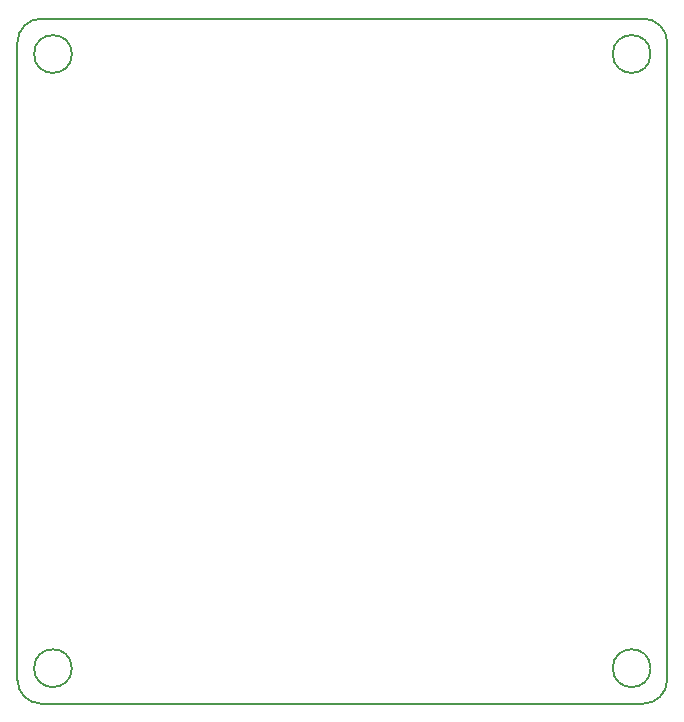
<source format=gbr>
G04 #@! TF.GenerationSoftware,KiCad,Pcbnew,(6.0.7)*
G04 #@! TF.CreationDate,2023-09-14T07:07:10+09:00*
G04 #@! TF.ProjectId,StepDown,53746570-446f-4776-9e2e-6b696361645f,rev?*
G04 #@! TF.SameCoordinates,Original*
G04 #@! TF.FileFunction,Profile,NP*
%FSLAX46Y46*%
G04 Gerber Fmt 4.6, Leading zero omitted, Abs format (unit mm)*
G04 Created by KiCad (PCBNEW (6.0.7)) date 2023-09-14 07:07:10*
%MOMM*%
%LPD*%
G01*
G04 APERTURE LIST*
G04 #@! TA.AperFunction,Profile*
%ADD10C,0.200000*%
G04 #@! TD*
G04 APERTURE END LIST*
D10*
X99000000Y-71000000D02*
G75*
G03*
X97000000Y-73000000I0J-2000000D01*
G01*
X150000000Y-129000000D02*
G75*
G03*
X152000000Y-127000000I0J2000000D01*
G01*
X97000000Y-73000000D02*
X97000000Y-127000000D01*
X152000000Y-73000000D02*
G75*
G03*
X150000000Y-71000000I-2000000J0D01*
G01*
X97000000Y-127000000D02*
G75*
G03*
X99000000Y-129000000I2000000J0D01*
G01*
X150000000Y-71000000D02*
X99000000Y-71000000D01*
X150600000Y-126000000D02*
G75*
G03*
X150600000Y-126000000I-1600000J0D01*
G01*
X99000000Y-129000000D02*
X150000000Y-129000000D01*
X101600000Y-126000000D02*
G75*
G03*
X101600000Y-126000000I-1600000J0D01*
G01*
X150600000Y-74000000D02*
G75*
G03*
X150600000Y-74000000I-1600000J0D01*
G01*
X152000000Y-127000000D02*
X152000000Y-73000000D01*
X101600000Y-74000000D02*
G75*
G03*
X101600000Y-74000000I-1600000J0D01*
G01*
M02*

</source>
